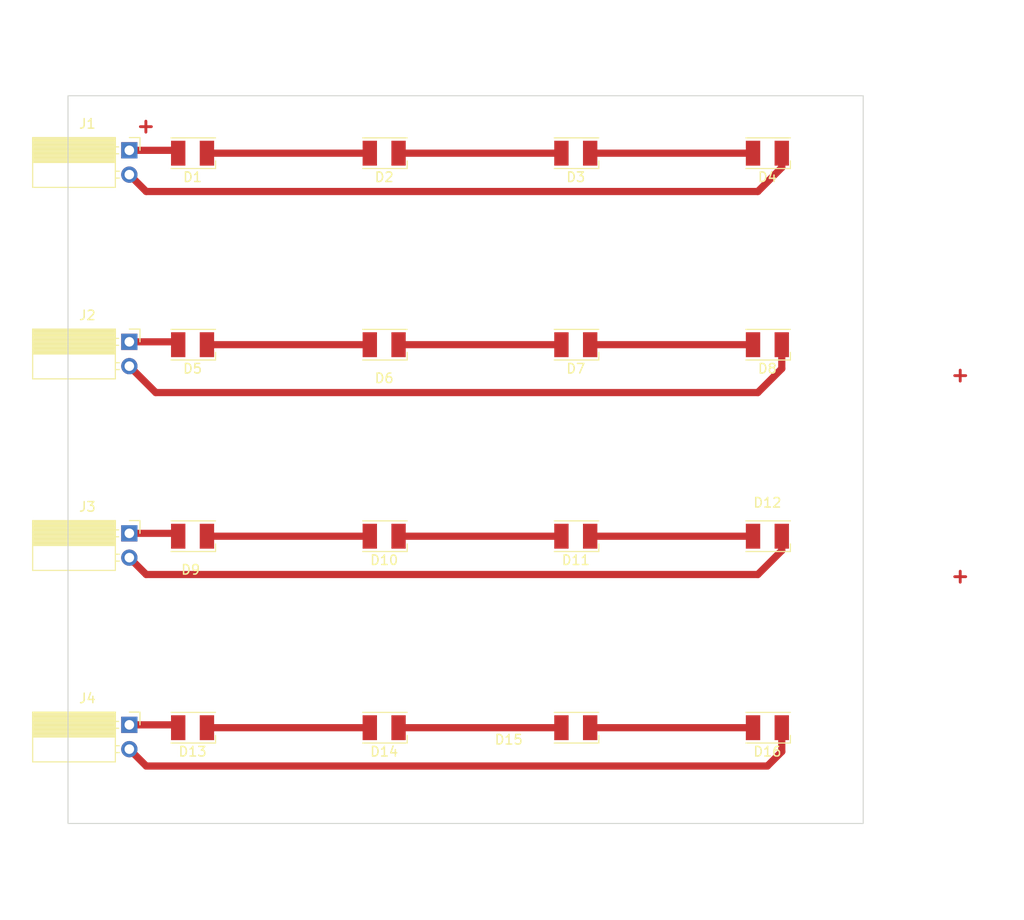
<source format=kicad_pcb>
(kicad_pcb (version 20221018) (generator pcbnew)
  (layers (0 "F.Cu" signal) (31 "B.Cu" signal) (34 "B.Paste" user) (35 "F.Paste" user) (36 "B.SilkS" user "B.Silkscreen") (37 "F.SilkS" user "F.Silkscreen") (38 "B.Mask" user) (39 "F.Mask" user) (44 "Edge.Cuts" user))
  (net 0 "")
  (net 1 "Net-(D1-K)")
  (net 2 "Net-(D1-A)")
  (net 3 "Net-(D2-K)")
  (net 4 "Net-(D3-K)")
  (net 5 "Net-(D4-K)")
  (net 6 "Net-(D5-K)")
  (net 7 "Net-(D5-A)")
  (net 8 "Net-(D6-K)")
  (net 9 "Net-(D7-K)")
  (net 10 "Net-(D8-K)")
  (net 11 "Net-(D10-A)")
  (net 12 "Net-(D9-A)")
  (net 13 "Net-(D10-K)")
  (net 14 "Net-(D11-K)")
  (net 15 "Net-(D12-K)")
  (net 16 "Net-(D13-K)")
  (net 17 "Net-(D13-A)")
  (net 18 "Net-(D14-K)")
  (net 19 "Net-(D15-K)")
  (net 20 "Net-(D16-K)")
  (footprint "LED_SMD:LED_PLCC-2_3.4x3.0mm_KA" (layer "F.Cu") (at 120 117 180)
    (fp_text reference "D10" (at 0 -2.5) (layer "F.SilkS"))
    (fp_text value "LED")
    (fp_line (start -2.4 -1.6) (end -2.4 -0.8) (stroke (width 0.12)) (layer "F.SilkS"))
    (fp_line (start 2.25 -1.6) (end -2.4 -1.6) (stroke (width 0.12)) (layer "F.SilkS"))
    (fp_line (start 2.25 1.6) (end -2.4 1.6) (stroke (width 0.12)) (layer "F.SilkS"))
    (pad "1" smd rect (at -1.5 0 180) (size 1.5 2.6) (layers "F.Cu" "F.Paste" "F.Mask") (net 13 "Net-(D10-K)"))
    (pad "2" smd rect (at 1.5 0 180) (size 1.5 2.6) (layers "F.Cu" "F.Paste" "F.Mask") (net 11 "Net-(D10-A)"))
  )
  (footprint "Connector_PinSocket_2.54mm:PinSocket_1x02_P2.54mm_Horizontal" (layer "F.Cu") (at 93.4 136.7)
    (fp_text reference "J4" (at -4.38 -2.77) (layer "F.SilkS"))
    (fp_text value "Conn_01x02_Socket")
    (fp_line (start -10.09 -1.33) (end -10.09 3.87) (stroke (width 0.12)) (layer "F.SilkS"))
    (fp_line (start -10.09 -1.33) (end -1.46 -1.33) (stroke (width 0.12)) (layer "F.SilkS"))
    (fp_line (start -10.09 -1.21) (end -1.46 -1.21) (stroke (width 0.12)) (layer "F.SilkS"))
    (fp_line (start -10.09 -1.091905) (end -1.46 -1.091905) (stroke (width 0.12)) (layer "F.SilkS"))
    (fp_line (start -10.09 -0.97381) (end -1.46 -0.97381) (stroke (width 0.12)) (layer "F.SilkS"))
    (fp_line (start -10.09 -0.855715) (end -1.46 -0.855715) (stroke (width 0.12)) (layer "F.SilkS"))
    (fp_line (start -10.09 -0.73762) (end -1.46 -0.73762) (stroke (width 0.12)) (layer "F.SilkS"))
    (fp_line (start -10.09 -0.619525) (end -1.46 -0.619525) (stroke (width 0.12)) (layer "F.SilkS"))
    (fp_line (start -10.09 -0.50143) (end -1.46 -0.50143) (stroke (width 0.12)) (layer "F.SilkS"))
    (fp_line (start -10.09 -0.383335) (end -1.46 -0.383335) (stroke (width 0.12)) (layer "F.SilkS"))
    (fp_line (start -10.09 -0.26524) (end -1.46 -0.26524) (stroke (width 0.12)) (layer "F.SilkS"))
    (fp_line (start -10.09 -0.147145) (end -1.46 -0.147145) (stroke (width 0.12)) (layer "F.SilkS"))
    (fp_line (start -10.09 -0.02905) (end -1.46 -0.02905) (stroke (width 0.12)) (layer "F.SilkS"))
    (fp_line (start -10.09 0.089045) (end -1.46 0.089045) (stroke (width 0.12)) (layer "F.SilkS"))
    (fp_line (start -10.09 0.20714) (end -1.46 0.20714) (stroke (width 0.12)) (layer "F.SilkS"))
    (fp_line (start -10.09 0.325235) (end -1.46 0.325235) (stroke (width 0.12)) (layer "F.SilkS"))
    (fp_line (start -10.09 0.44333) (end -1.46 0.44333) (stroke (width 0.12)) (layer "F.SilkS"))
    (fp_line (start -10.09 0.561425) (end -1.46 0.561425) (stroke (width 0.12)) (layer "F.SilkS"))
    (fp_line (start -10.09 0.67952) (end -1.46 0.67952) (stroke (width 0.12)) (layer "F.SilkS"))
    (fp_line (start -10.09 0.797615) (end -1.46 0.797615) (stroke (width 0.12)) (layer "F.SilkS"))
    (fp_line (start -10.09 0.91571) (end -1.46 0.91571) (stroke (width 0.12)) (layer "F.SilkS"))
    (fp_line (start -10.09 1.033805) (end -1.46 1.033805) (stroke (width 0.12)) (layer "F.SilkS"))
    (fp_line (start -10.09 1.1519) (end -1.46 1.1519) (stroke (width 0.12)) (layer "F.SilkS"))
    (fp_line (start -10.09 1.27) (end -1.46 1.27) (stroke (width 0.12)) (layer "F.SilkS"))
    (fp_line (start -10.09 3.87) (end -1.46 3.87) (stroke (width 0.12)) (layer "F.SilkS"))
    (fp_line (start -1.46 -1.33) (end -1.46 3.87) (stroke (width 0.12)) (layer "F.SilkS"))
    (fp_line (start -1.46 -0.36) (end -1.11 -0.36) (stroke (width 0.12)) (layer "F.SilkS"))
    (fp_line (start -1.46 0.36) (end -1.11 0.36) (stroke (width 0.12)) (layer "F.SilkS"))
    (fp_line (start -1.46 2.18) (end -1.05 2.18) (stroke (width 0.12)) (layer "F.SilkS"))
    (fp_line (start -1.46 2.9) (end -1.05 2.9) (stroke (width 0.12)) (layer "F.SilkS"))
    (fp_line (start 0 -1.33) (end 1.11 -1.33) (stroke (width 0.12)) (layer "F.SilkS"))
    (fp_line (start 1.11 -1.33) (end 1.11 0) (stroke (width 0.12)) (layer "F.SilkS"))
    (pad "1" thru_hole rect (at 0 0) (size 1.7 1.7) (drill 1) (layers "*.Cu" "*.Mask") (net 17 "Net-(D13-A)"))
    (pad "2" thru_hole oval (at 0 2.54) (size 1.7 1.7) (drill 1) (layers "*.Cu" "*.Mask") (net 20 "Net-(D16-K)"))
  )
  (footprint "LED_SMD:LED_PLCC-2_3.4x3.0mm_KA" (layer "F.Cu") (at 160 117 180)
    (fp_text reference "D12" (at 0 3.5) (layer "F.SilkS"))
    (fp_text value "LED")
    (fp_line (start -2.4 -1.6) (end -2.4 -0.8) (stroke (width 0.12)) (layer "F.SilkS"))
    (fp_line (start 2.25 -1.6) (end -2.4 -1.6) (stroke (width 0.12)) (layer "F.SilkS"))
    (fp_line (start 2.25 1.6) (end -2.4 1.6) (stroke (width 0.12)) (layer "F.SilkS"))
    (pad "1" smd rect (at -1.5 0 180) (size 1.5 2.6) (layers "F.Cu" "F.Paste" "F.Mask") (net 15 "Net-(D12-K)"))
    (pad "2" smd rect (at 1.5 0 180) (size 1.5 2.6) (layers "F.Cu" "F.Paste" "F.Mask") (net 14 "Net-(D11-K)"))
  )
  (footprint "LED_SMD:LED_PLCC-2_3.4x3.0mm_KA" (layer "F.Cu") (at 120 97 180)
    (fp_text reference "D6" (at 0 -3.5) (layer "F.SilkS"))
    (fp_text value "LED")
    (fp_line (start -2.4 -1.6) (end -2.4 -0.8) (stroke (width 0.12)) (layer "F.SilkS"))
    (fp_line (start 2.25 -1.6) (end -2.4 -1.6) (stroke (width 0.12)) (layer "F.SilkS"))
    (fp_line (start 2.25 1.6) (end -2.4 1.6) (stroke (width 0.12)) (layer "F.SilkS"))
    (pad "1" smd rect (at -1.5 0 180) (size 1.5 2.6) (layers "F.Cu" "F.Paste" "F.Mask") (net 8 "Net-(D6-K)"))
    (pad "2" smd rect (at 1.5 0 180) (size 1.5 2.6) (layers "F.Cu" "F.Paste" "F.Mask") (net 6 "Net-(D5-K)"))
  )
  (footprint "Connector_PinSocket_2.54mm:PinSocket_1x02_P2.54mm_Horizontal" (layer "F.Cu") (at 93.4 96.7)
    (fp_text reference "J2" (at -4.38 -2.77) (layer "F.SilkS"))
    (fp_text value "Conn_01x02_Socket")
    (fp_line (start -10.09 -1.33) (end -10.09 3.87) (stroke (width 0.12)) (layer "F.SilkS"))
    (fp_line (start -10.09 -1.33) (end -1.46 -1.33) (stroke (width 0.12)) (layer "F.SilkS"))
    (fp_line (start -10.09 -1.21) (end -1.46 -1.21) (stroke (width 0.12)) (layer "F.SilkS"))
    (fp_line (start -10.09 -1.091905) (end -1.46 -1.091905) (stroke (width 0.12)) (layer "F.SilkS"))
    (fp_line (start -10.09 -0.97381) (end -1.46 -0.97381) (stroke (width 0.12)) (layer "F.SilkS"))
    (fp_line (start -10.09 -0.855715) (end -1.46 -0.855715) (stroke (width 0.12)) (layer "F.SilkS"))
    (fp_line (start -10.09 -0.73762) (end -1.46 -0.73762) (stroke (width 0.12)) (layer "F.SilkS"))
    (fp_line (start -10.09 -0.619525) (end -1.46 -0.619525) (stroke (width 0.12)) (layer "F.SilkS"))
    (fp_line (start -10.09 -0.50143) (end -1.46 -0.50143) (stroke (width 0.12)) (layer "F.SilkS"))
    (fp_line (start -10.09 -0.383335) (end -1.46 -0.383335) (stroke (width 0.12)) (layer "F.SilkS"))
    (fp_line (start -10.09 -0.26524) (end -1.46 -0.26524) (stroke (width 0.12)) (layer "F.SilkS"))
    (fp_line (start -10.09 -0.147145) (end -1.46 -0.147145) (stroke (width 0.12)) (layer "F.SilkS"))
    (fp_line (start -10.09 -0.02905) (end -1.46 -0.02905) (stroke (width 0.12)) (layer "F.SilkS"))
    (fp_line (start -10.09 0.089045) (end -1.46 0.089045) (stroke (width 0.12)) (layer "F.SilkS"))
    (fp_line (start -10.09 0.20714) (end -1.46 0.20714) (stroke (width 0.12)) (layer "F.SilkS"))
    (fp_line (start -10.09 0.325235) (end -1.46 0.325235) (stroke (width 0.12)) (layer "F.SilkS"))
    (fp_line (start -10.09 0.44333) (end -1.46 0.44333) (stroke (width 0.12)) (layer "F.SilkS"))
    (fp_line (start -10.09 0.561425) (end -1.46 0.561425) (stroke (width 0.12)) (layer "F.SilkS"))
    (fp_line (start -10.09 0.67952) (end -1.46 0.67952) (stroke (width 0.12)) (layer "F.SilkS"))
    (fp_line (start -10.09 0.797615) (end -1.46 0.797615) (stroke (width 0.12)) (layer "F.SilkS"))
    (fp_line (start -10.09 0.91571) (end -1.46 0.91571) (stroke (width 0.12)) (layer "F.SilkS"))
    (fp_line (start -10.09 1.033805) (end -1.46 1.033805) (stroke (width 0.12)) (layer "F.SilkS"))
    (fp_line (start -10.09 1.1519) (end -1.46 1.1519) (stroke (width 0.12)) (layer "F.SilkS"))
    (fp_line (start -10.09 1.27) (end -1.46 1.27) (stroke (width 0.12)) (layer "F.SilkS"))
    (fp_line (start -10.09 3.87) (end -1.46 3.87) (stroke (width 0.12)) (layer "F.SilkS"))
    (fp_line (start -1.46 -1.33) (end -1.46 3.87) (stroke (width 0.12)) (layer "F.SilkS"))
    (fp_line (start -1.46 -0.36) (end -1.11 -0.36) (stroke (width 0.12)) (layer "F.SilkS"))
    (fp_line (start -1.46 0.36) (end -1.11 0.36) (stroke (width 0.12)) (layer "F.SilkS"))
    (fp_line (start -1.46 2.18) (end -1.05 2.18) (stroke (width 0.12)) (layer "F.SilkS"))
    (fp_line (start -1.46 2.9) (end -1.05 2.9) (stroke (width 0.12)) (layer "F.SilkS"))
    (fp_line (start 0 -1.33) (end 1.11 -1.33) (stroke (width 0.12)) (layer "F.SilkS"))
    (fp_line (start 1.11 -1.33) (end 1.11 0) (stroke (width 0.12)) (layer "F.SilkS"))
    (pad "1" thru_hole rect (at 0 0) (size 1.7 1.7) (drill 1) (layers "*.Cu" "*.Mask") (net 7 "Net-(D5-A)"))
    (pad "2" thru_hole oval (at 0 2.54) (size 1.7 1.7) (drill 1) (layers "*.Cu" "*.Mask") (net 10 "Net-(D8-K)"))
  )
  (footprint "Connector_PinSocket_2.54mm:PinSocket_1x02_P2.54mm_Horizontal" (layer "F.Cu") (at 93.4 116.7)
    (fp_text reference "J3" (at -4.38 -2.77) (layer "F.SilkS"))
    (fp_text value "Conn_01x02_Socket")
    (fp_line (start -10.09 -1.33) (end -10.09 3.87) (stroke (width 0.12)) (layer "F.SilkS"))
    (fp_line (start -10.09 -1.33) (end -1.46 -1.33) (stroke (width 0.12)) (layer "F.SilkS"))
    (fp_line (start -10.09 -1.21) (end -1.46 -1.21) (stroke (width 0.12)) (layer "F.SilkS"))
    (fp_line (start -10.09 -1.091905) (end -1.46 -1.091905) (stroke (width 0.12)) (layer "F.SilkS"))
    (fp_line (start -10.09 -0.97381) (end -1.46 -0.97381) (stroke (width 0.12)) (layer "F.SilkS"))
    (fp_line (start -10.09 -0.855715) (end -1.46 -0.855715) (stroke (width 0.12)) (layer "F.SilkS"))
    (fp_line (start -10.09 -0.73762) (end -1.46 -0.73762) (stroke (width 0.12)) (layer "F.SilkS"))
    (fp_line (start -10.09 -0.619525) (end -1.46 -0.619525) (stroke (width 0.12)) (layer "F.SilkS"))
    (fp_line (start -10.09 -0.50143) (end -1.46 -0.50143) (stroke (width 0.12)) (layer "F.SilkS"))
    (fp_line (start -10.09 -0.383335) (end -1.46 -0.383335) (stroke (width 0.12)) (layer "F.SilkS"))
    (fp_line (start -10.09 -0.26524) (end -1.46 -0.26524) (stroke (width 0.12)) (layer "F.SilkS"))
    (fp_line (start -10.09 -0.147145) (end -1.46 -0.147145) (stroke (width 0.12)) (layer "F.SilkS"))
    (fp_line (start -10.09 -0.02905) (end -1.46 -0.02905) (stroke (width 0.12)) (layer "F.SilkS"))
    (fp_line (start -10.09 0.089045) (end -1.46 0.089045) (stroke (width 0.12)) (layer "F.SilkS"))
    (fp_line (start -10.09 0.20714) (end -1.46 0.20714) (stroke (width 0.12)) (layer "F.SilkS"))
    (fp_line (start -10.09 0.325235) (end -1.46 0.325235) (stroke (width 0.12)) (layer "F.SilkS"))
    (fp_line (start -10.09 0.44333) (end -1.46 0.44333) (stroke (width 0.12)) (layer "F.SilkS"))
    (fp_line (start -10.09 0.561425) (end -1.46 0.561425) (stroke (width 0.12)) (layer "F.SilkS"))
    (fp_line (start -10.09 0.67952) (end -1.46 0.67952) (stroke (width 0.12)) (layer "F.SilkS"))
    (fp_line (start -10.09 0.797615) (end -1.46 0.797615) (stroke (width 0.12)) (layer "F.SilkS"))
    (fp_line (start -10.09 0.91571) (end -1.46 0.91571) (stroke (width 0.12)) (layer "F.SilkS"))
    (fp_line (start -10.09 1.033805) (end -1.46 1.033805) (stroke (width 0.12)) (layer "F.SilkS"))
    (fp_line (start -10.09 1.1519) (end -1.46 1.1519) (stroke (width 0.12)) (layer "F.SilkS"))
    (fp_line (start -10.09 1.27) (end -1.46 1.27) (stroke (width 0.12)) (layer "F.SilkS"))
    (fp_line (start -10.09 3.87) (end -1.46 3.87) (stroke (width 0.12)) (layer "F.SilkS"))
    (fp_line (start -1.46 -1.33) (end -1.46 3.87) (stroke (width 0.12)) (layer "F.SilkS"))
    (fp_line (start -1.46 -0.36) (end -1.11 -0.36) (stroke (width 0.12)) (layer "F.SilkS"))
    (fp_line (start -1.46 0.36) (end -1.11 0.36) (stroke (width 0.12)) (layer "F.SilkS"))
    (fp_line (start -1.46 2.18) (end -1.05 2.18) (stroke (width 0.12)) (layer "F.SilkS"))
    (fp_line (start -1.46 2.9) (end -1.05 2.9) (stroke (width 0.12)) (layer "F.SilkS"))
    (fp_line (start 0 -1.33) (end 1.11 -1.33) (stroke (width 0.12)) (layer "F.SilkS"))
    (fp_line (start 1.11 -1.33) (end 1.11 0) (stroke (width 0.12)) (layer "F.SilkS"))
    (pad "1" thru_hole rect (at 0 0) (size 1.7 1.7) (drill 1) (layers "*.Cu" "*.Mask") (net 12 "Net-(D9-A)"))
    (pad "2" thru_hole oval (at 0 2.54) (size 1.7 1.7) (drill 1) (layers "*.Cu" "*.Mask") (net 15 "Net-(D12-K)"))
  )
  (footprint "LED_SMD:LED_PLCC-2_3.4x3.0mm_KA" (layer "F.Cu") (at 140 97 180)
    (fp_text reference "D7" (at 0 -2.5) (layer "F.SilkS"))
    (fp_text value "LED")
    (fp_line (start -2.4 -1.6) (end -2.4 -0.8) (stroke (width 0.12)) (layer "F.SilkS"))
    (fp_line (start 2.25 -1.6) (end -2.4 -1.6) (stroke (width 0.12)) (layer "F.SilkS"))
    (fp_line (start 2.25 1.6) (end -2.4 1.6) (stroke (width 0.12)) (layer "F.SilkS"))
    (pad "1" smd rect (at -1.5 0 180) (size 1.5 2.6) (layers "F.Cu" "F.Paste" "F.Mask") (net 9 "Net-(D7-K)"))
    (pad "2" smd rect (at 1.5 0 180) (size 1.5 2.6) (layers "F.Cu" "F.Paste" "F.Mask") (net 8 "Net-(D6-K)"))
  )
  (footprint "LED_SMD:LED_PLCC-2_3.4x3.0mm_KA" (layer "F.Cu") (at 140 77 180)
    (fp_text reference "D3" (at 0 -2.5) (layer "F.SilkS"))
    (fp_text value "LED")
    (fp_line (start -2.4 -1.6) (end -2.4 -0.8) (stroke (width 0.12)) (layer "F.SilkS"))
    (fp_line (start 2.25 -1.6) (end -2.4 -1.6) (stroke (width 0.12)) (layer "F.SilkS"))
    (fp_line (start 2.25 1.6) (end -2.4 1.6) (stroke (width 0.12)) (layer "F.SilkS"))
    (pad "1" smd rect (at -1.5 0 180) (size 1.5 2.6) (layers "F.Cu" "F.Paste" "F.Mask") (net 4 "Net-(D3-K)"))
    (pad "2" smd rect (at 1.5 0 180) (size 1.5 2.6) (layers "F.Cu" "F.Paste" "F.Mask") (net 3 "Net-(D2-K)"))
  )
  (footprint "LED_SMD:LED_PLCC-2_3.4x3.0mm_KA" (layer "F.Cu") (at 160 77 180)
    (fp_text reference "D4" (at 0 -2.5) (layer "F.SilkS"))
    (fp_text value "LED")
    (fp_line (start -2.4 -1.6) (end -2.4 -0.8) (stroke (width 0.12)) (layer "F.SilkS"))
    (fp_line (start 2.25 -1.6) (end -2.4 -1.6) (stroke (width 0.12)) (layer "F.SilkS"))
    (fp_line (start 2.25 1.6) (end -2.4 1.6) (stroke (width 0.12)) (layer "F.SilkS"))
    (pad "1" smd rect (at -1.5 0 180) (size 1.5 2.6) (layers "F.Cu" "F.Paste" "F.Mask") (net 5 "Net-(D4-K)"))
    (pad "2" smd rect (at 1.5 0 180) (size 1.5 2.6) (layers "F.Cu" "F.Paste" "F.Mask") (net 4 "Net-(D3-K)"))
  )
  (footprint "LED_SMD:LED_PLCC-2_3.4x3.0mm_KA" (layer "F.Cu") (at 120 137 180)
    (fp_text reference "D14" (at 0 -2.5) (layer "F.SilkS"))
    (fp_text value "LED")
    (fp_line (start -2.4 -1.6) (end -2.4 -0.8) (stroke (width 0.12)) (layer "F.SilkS"))
    (fp_line (start 2.25 -1.6) (end -2.4 -1.6) (stroke (width 0.12)) (layer "F.SilkS"))
    (fp_line (start 2.25 1.6) (end -2.4 1.6) (stroke (width 0.12)) (layer "F.SilkS"))
    (pad "1" smd rect (at -1.5 0 180) (size 1.5 2.6) (layers "F.Cu" "F.Paste" "F.Mask") (net 18 "Net-(D14-K)"))
    (pad "2" smd rect (at 1.5 0 180) (size 1.5 2.6) (layers "F.Cu" "F.Paste" "F.Mask") (net 16 "Net-(D13-K)"))
  )
  (footprint "LED_SMD:LED_PLCC-2_3.4x3.0mm_KA" (layer "F.Cu") (at 140 117 180)
    (fp_text reference "D11" (at 0 -2.5) (layer "F.SilkS"))
    (fp_text value "LED")
    (fp_line (start -2.4 -1.6) (end -2.4 -0.8) (stroke (width 0.12)) (layer "F.SilkS"))
    (fp_line (start 2.25 -1.6) (end -2.4 -1.6) (stroke (width 0.12)) (layer "F.SilkS"))
    (fp_line (start 2.25 1.6) (end -2.4 1.6) (stroke (width 0.12)) (layer "F.SilkS"))
    (pad "1" smd rect (at -1.5 0 180) (size 1.5 2.6) (layers "F.Cu" "F.Paste" "F.Mask") (net 14 "Net-(D11-K)"))
    (pad "2" smd rect (at 1.5 0 180) (size 1.5 2.6) (layers "F.Cu" "F.Paste" "F.Mask") (net 13 "Net-(D10-K)"))
  )
  (footprint "LED_SMD:LED_PLCC-2_3.4x3.0mm_KA" (layer "F.Cu") (at 120 77 180)
    (fp_text reference "D2" (at 0 -2.5) (layer "F.SilkS"))
    (fp_text value "LED")
    (fp_line (start -2.4 -1.6) (end -2.4 -0.8) (stroke (width 0.12)) (layer "F.SilkS"))
    (fp_line (start 2.25 -1.6) (end -2.4 -1.6) (stroke (width 0.12)) (layer "F.SilkS"))
    (fp_line (start 2.25 1.6) (end -2.4 1.6) (stroke (width 0.12)) (layer "F.SilkS"))
    (pad "1" smd rect (at -1.5 0 180) (size 1.5 2.6) (layers "F.Cu" "F.Paste" "F.Mask") (net 3 "Net-(D2-K)"))
    (pad "2" smd rect (at 1.5 0 180) (size 1.5 2.6) (layers "F.Cu" "F.Paste" "F.Mask") (net 1 "Net-(D1-K)"))
  )
  (footprint "LED_SMD:LED_PLCC-2_3.4x3.0mm_KA" (layer "F.Cu") (at 160 97 180)
    (fp_text reference "D8" (at 0 -2.5) (layer "F.SilkS"))
    (fp_text value "LED")
    (fp_line (start -2.4 -1.6) (end -2.4 -0.8) (stroke (width 0.12)) (layer "F.SilkS"))
    (fp_line (start 2.25 -1.6) (end -2.4 -1.6) (stroke (width 0.12)) (layer "F.SilkS"))
    (fp_line (start 2.25 1.6) (end -2.4 1.6) (stroke (width 0.12)) (layer "F.SilkS"))
    (pad "1" smd rect (at -1.5 0 180) (size 1.5 2.6) (layers "F.Cu" "F.Paste" "F.Mask") (net 10 "Net-(D8-K)"))
    (pad "2" smd rect (at 1.5 0 180) (size 1.5 2.6) (layers "F.Cu" "F.Paste" "F.Mask") (net 9 "Net-(D7-K)"))
  )
  (footprint "LED_SMD:LED_PLCC-2_3.4x3.0mm_KA" (layer "F.Cu") (at 100 117 180)
    (fp_text reference "D9" (at 0.2 -3.5) (layer "F.SilkS"))
    (fp_text value "LED")
    (fp_line (start -2.4 -1.6) (end -2.4 -0.8) (stroke (width 0.12)) (layer "F.SilkS"))
    (fp_line (start 2.25 -1.6) (end -2.4 -1.6) (stroke (width 0.12)) (layer "F.SilkS"))
    (fp_line (start 2.25 1.6) (end -2.4 1.6) (stroke (width 0.12)) (layer "F.SilkS"))
    (pad "1" smd rect (at -1.5 0 180) (size 1.5 2.6) (layers "F.Cu" "F.Paste" "F.Mask") (net 11 "Net-(D10-A)"))
    (pad "2" smd rect (at 1.5 0 180) (size 1.5 2.6) (layers "F.Cu" "F.Paste" "F.Mask") (net 12 "Net-(D9-A)"))
  )
  (footprint "Connector_PinSocket_2.54mm:PinSocket_1x02_P2.54mm_Horizontal" (layer "F.Cu") (at 93.4 76.7)
    (fp_text reference "J1" (at -4.38 -2.77) (layer "F.SilkS"))
    (fp_text value "Conn_01x02_Socket")
    (fp_line (start -10.09 -1.33) (end -10.09 3.87) (stroke (width 0.12)) (layer "F.SilkS"))
    (fp_line (start -10.09 -1.33) (end -1.46 -1.33) (stroke (width 0.12)) (layer "F.SilkS"))
    (fp_line (start -10.09 -1.21) (end -1.46 -1.21) (stroke (width 0.12)) (layer "F.SilkS"))
    (fp_line (start -10.09 -1.091905) (end -1.46 -1.091905) (stroke (width 0.12)) (layer "F.SilkS"))
    (fp_line (start -10.09 -0.97381) (end -1.46 -0.97381) (stroke (width 0.12)) (layer "F.SilkS"))
    (fp_line (start -10.09 -0.855715) (end -1.46 -0.855715) (stroke (width 0.12)) (layer "F.SilkS"))
    (fp_line (start -10.09 -0.73762) (end -1.46 -0.73762) (stroke (width 0.12)) (layer "F.SilkS"))
    (fp_line (start -10.09 -0.619525) (end -1.46 -0.619525) (stroke (width 0.12)) (layer "F.SilkS"))
    (fp_line (start -10.09 -0.50143) (end -1.46 -0.50143) (stroke (width 0.12)) (layer "F.SilkS"))
    (fp_line (start -10.09 -0.383335) (end -1.46 -0.383335) (stroke (width 0.12)) (layer "F.SilkS"))
    (fp_line (start -10.09 -0.26524) (end -1.46 -0.26524) (stroke (width 0.12)) (layer "F.SilkS"))
    (fp_line (start -10.09 -0.147145) (end -1.46 -0.147145) (stroke (width 0.12)) (layer "F.SilkS"))
    (fp_line (start -10.09 -0.02905) (end -1.46 -0.02905) (stroke (width 0.12)) (layer "F.SilkS"))
    (fp_line (start -10.09 0.089045) (end -1.46 0.089045) (stroke (width 0.12)) (layer "F.SilkS"))
    (fp_line (start -10.09 0.20714) (end -1.46 0.20714) (stroke (width 0.12)) (layer "F.SilkS"))
    (fp_line (start -10.09 0.325235) (end -1.46 0.325235) (stroke (width 0.12)) (layer "F.SilkS"))
    (fp_line (start -10.09 0.44333) (end -1.46 0.44333) (stroke (width 0.12)) (layer "F.SilkS"))
    (fp_line (start -10.09 0.561425) (end -1.46 0.561425) (stroke (width 0.12)) (layer "F.SilkS"))
    (fp_line (start -10.09 0.67952) (end -1.46 0.67952) (stroke (width 0.12)) (layer "F.SilkS"))
    (fp_line (start -10.09 0.797615) (end -1.46 0.797615) (stroke (width 0.12)) (layer "F.SilkS"))
    (fp_line (start -10.09 0.91571) (end -1.46 0.91571) (stroke (width 0.12)) (layer "F.SilkS"))
    (fp_line (start -10.09 1.033805) (end -1.46 1.033805) (stroke (width 0.12)) (layer "F.SilkS"))
    (fp_line (start -10.09 1.1519) (end -1.46 1.1519) (stroke (width 0.12)) (layer "F.SilkS"))
    (fp_line (start -10.09 1.27) (end -1.46 1.27) (stroke (width 0.12)) (layer "F.SilkS"))
    (fp_line (start -10.09 3.87) (end -1.46 3.87) (stroke (width 0.12)) (layer "F.SilkS"))
    (fp_line (start -1.46 -1.33) (end -1.46 3.87) (stroke (width 0.12)) (layer "F.SilkS"))
    (fp_line (start -1.46 -0.36) (end -1.11 -0.36) (stroke (width 0.12)) (layer "F.SilkS"))
    (fp_line (start -1.46 0.36) (end -1.11 0.36) (stroke (width 0.12)) (layer "F.SilkS"))
    (fp_line (start -1.46 2.18) (end -1.05 2.18) (stroke (width 0.12)) (layer "F.SilkS"))
    (fp_line (start -1.46 2.9) (end -1.05 2.9) (stroke (width 0.12)) (layer "F.SilkS"))
    (fp_line (start 0 -1.33) (end 1.11 -1.33) (stroke (width 0.12)) (layer "F.SilkS"))
    (fp_line (start 1.11 -1.33) (end 1.11 0) (stroke (width 0.12)) (layer "F.SilkS"))
    (pad "1" thru_hole rect (at 0 0) (size 1.7 1.7) (drill 1) (layers "*.Cu" "*.Mask") (net 2 "Net-(D1-A)"))
    (pad "2" thru_hole oval (at 0 2.54) (size 1.7 1.7) (drill 1) (layers "*.Cu" "*.Mask") (net 5 "Net-(D4-K)"))
  )
  (footprint "LED_SMD:LED_PLCC-2_3.4x3.0mm_KA" (layer "F.Cu") (at 100 77 180)
    (fp_text reference "D1" (at 0 -2.5) (layer "F.SilkS"))
    (fp_text value "LED")
    (fp_line (start -2.4 -1.6) (end -2.4 -0.8) (stroke (width 0.12)) (layer "F.SilkS"))
    (fp_line (start 2.25 -1.6) (end -2.4 -1.6) (stroke (width 0.12)) (layer "F.SilkS"))
    (fp_line (start 2.25 1.6) (end -2.4 1.6) (stroke (width 0.12)) (layer "F.SilkS"))
    (pad "1" smd rect (at -1.5 0 180) (size 1.5 2.6) (layers "F.Cu" "F.Paste" "F.Mask") (net 1 "Net-(D1-K)"))
    (pad "2" smd rect (at 1.5 0 180) (size 1.5 2.6) (layers "F.Cu" "F.Paste" "F.Mask") (net 2 "Net-(D1-A)"))
  )
  (footprint "LED_SMD:LED_PLCC-2_3.4x3.0mm_KA" (layer "F.Cu") (at 100 97 180)
    (fp_text reference "D5" (at 0 -2.5) (layer "F.SilkS"))
    (fp_text value "LED")
    (fp_line (start -2.4 -1.6) (end -2.4 -0.8) (stroke (width 0.12)) (layer "F.SilkS"))
    (fp_line (start 2.25 -1.6) (end -2.4 -1.6) (stroke (width 0.12)) (layer "F.SilkS"))
    (fp_line (start 2.25 1.6) (end -2.4 1.6) (stroke (width 0.12)) (layer "F.SilkS"))
    (pad "1" smd rect (at -1.5 0 180) (size 1.5 2.6) (layers "F.Cu" "F.Paste" "F.Mask") (net 6 "Net-(D5-K)"))
    (pad "2" smd rect (at 1.5 0 180) (size 1.5 2.6) (layers "F.Cu" "F.Paste" "F.Mask") (net 7 "Net-(D5-A)"))
  )
  (footprint "LED_SMD:LED_PLCC-2_3.4x3.0mm_KA" (layer "F.Cu") (at 160 137 180)
    (fp_text reference "D16" (at 0 -2.5) (layer "F.SilkS"))
    (fp_text value "LED")
    (fp_line (start -2.4 -1.6) (end -2.4 -0.8) (stroke (width 0.12)) (layer "F.SilkS"))
    (fp_line (start 2.25 -1.6) (end -2.4 -1.6) (stroke (width 0.12)) (layer "F.SilkS"))
    (fp_line (start 2.25 1.6) (end -2.4 1.6) (stroke (width 0.12)) (layer "F.SilkS"))
    (pad "1" smd rect (at -1.5 0 180) (size 1.5 2.6) (layers "F.Cu" "F.Paste" "F.Mask") (net 20 "Net-(D16-K)"))
    (pad "2" smd rect (at 1.5 0 180) (size 1.5 2.6) (layers "F.Cu" "F.Paste" "F.Mask") (net 19 "Net-(D15-K)"))
  )
  (footprint "LED_SMD:LED_PLCC-2_3.4x3.0mm_KA" (layer "F.Cu") (at 100 137 180)
    (fp_text reference "D13" (at 0 -2.5) (layer "F.SilkS"))
    (fp_text value "LED")
    (fp_line (start -2.4 -1.6) (end -2.4 -0.8) (stroke (width 0.12)) (layer "F.SilkS"))
    (fp_line (start 2.25 -1.6) (end -2.4 -1.6) (stroke (width 0.12)) (layer "F.SilkS"))
    (fp_line (start 2.25 1.6) (end -2.4 1.6) (stroke (width 0.12)) (layer "F.SilkS"))
    (pad "1" smd rect (at -1.5 0 180) (size 1.5 2.6) (layers "F.Cu" "F.Paste" "F.Mask") (net 16 "Net-(D13-K)"))
    (pad "2" smd rect (at 1.5 0 180) (size 1.5 2.6) (layers "F.Cu" "F.Paste" "F.Mask") (net 17 "Net-(D13-A)"))
  )
  (footprint "LED_SMD:LED_PLCC-2_3.4x3.0mm_KA" (layer "F.Cu") (at 140 137 180)
    (fp_text reference "D15" (at 7 -1.25) (layer "F.SilkS"))
    (fp_text value "LED")
    (fp_line (start -2.4 -1.6) (end -2.4 -0.8) (stroke (width 0.12)) (layer "F.SilkS"))
    (fp_line (start 2.25 -1.6) (end -2.4 -1.6) (stroke (width 0.12)) (layer "F.SilkS"))
    (fp_line (start 2.25 1.6) (end -2.4 1.6) (stroke (width 0.12)) (layer "F.SilkS"))
    (pad "1" smd rect (at -1.5 0 180) (size 1.5 2.6) (layers "F.Cu" "F.Paste" "F.Mask") (net 19 "Net-(D15-K)"))
    (pad "2" smd rect (at 1.5 0 180) (size 1.5 2.6) (layers "F.Cu" "F.Paste" "F.Mask") (net 18 "Net-(D14-K)"))
  )
  (gr_rect (start 87 71) (end 170 147) (stroke (width 0.1)) (fill none) (layer "Edge.Cuts"))
  (gr_text "+" (at 179 122) (layer "F.Cu") (effects (font (size 1.5 1.5) (thickness 0.3) bold) (justify left bottom)))
  (gr_text "+" (at 179 101) (layer "F.Cu") (effects (font (size 1.5 1.5) (thickness 0.3) bold) (justify left bottom)))
  (gr_text "+" (at 94 75) (layer "F.Cu") (effects (font (size 1.5 1.5) (thickness 0.3) bold) (justify left bottom)))
  (segment (start 118.5 77) (end 101.5 77) (width 0.75) (layer "F.Cu") (net 1))
  (segment (start 98.2 76.7) (end 98.5 77) (width 0.75) (layer "F.Cu") (net 2))
  (segment (start 93.4 76.7) (end 98.2 76.7) (width 0.75) (layer "F.Cu") (net 2))
  (segment (start 138.5 77) (end 121.5 77) (width 0.75) (layer "F.Cu") (net 3))
  (segment (start 158.5 77) (end 141.5 77) (width 0.75) (layer "F.Cu") (net 4))
  (segment (start 161.5 78.5) (end 159 81) (width 0.75) (layer "F.Cu") (net 5))
  (segment (start 95.16 81) (end 93.4 79.24) (width 0.75) (layer "F.Cu") (net 5))
  (segment (start 161.5 77) (end 161.5 78.5) (width 0.75) (layer "F.Cu") (net 5))
  (segment (start 159 81) (end 95.16 81) (width 0.75) (layer "F.Cu") (net 5))
  (segment (start 101.5 97) (end 118.5 97) (width 0.75) (layer "F.Cu") (net 6))
  (segment (start 93.4 96.7) (end 98.2 96.7) (width 0.75) (layer "F.Cu") (net 7))
  (segment (start 98.2 96.7) (end 98.5 97) (width 0.75) (layer "F.Cu") (net 7))
  (segment (start 121.5 97) (end 138.5 97) (width 0.75) (layer "F.Cu") (net 8))
  (segment (start 141.5 97) (end 158.5 97) (width 0.75) (layer "F.Cu") (net 9))
  (segment (start 159 102) (end 161.5 99.5) (width 0.75) (layer "F.Cu") (net 10))
  (segment (start 161.5 99.5) (end 161.5 97) (width 0.75) (layer "F.Cu") (net 10))
  (segment (start 96.16 102) (end 159 102) (width 0.75) (layer "F.Cu") (net 10))
  (segment (start 93.4 99.24) (end 96.16 102) (width 0.75) (layer "F.Cu") (net 10))
  (segment (start 118.5 117) (end 101.5 117) (width 0.75) (layer "F.Cu") (net 11))
  (segment (start 93.4 116.7) (end 98.2 116.7) (width 0.75) (layer "F.Cu") (net 12))
  (segment (start 98.2 116.7) (end 98.5 117) (width 0.75) (layer "F.Cu") (net 12))
  (segment (start 138.5 117) (end 121.5 117) (width 0.75) (layer "F.Cu") (net 13))
  (segment (start 158.5 117) (end 141.5 117) (width 0.75) (layer "F.Cu") (net 14))
  (segment (start 161.5 118.5) (end 159 121) (width 0.75) (layer "F.Cu") (net 15))
  (segment (start 161.5 117) (end 161.5 118.5) (width 0.75) (layer "F.Cu") (net 15))
  (segment (start 95.16 121) (end 93.4 119.24) (width 0.75) (layer "F.Cu") (net 15))
  (segment (start 159 121) (end 95.16 121) (width 0.75) (layer "F.Cu") (net 15))
  (segment (start 118.5 137) (end 101.5 137) (width 0.75) (layer "F.Cu") (net 16))
  (segment (start 98.2 136.7) (end 98.5 137) (width 0.75) (layer "F.Cu") (net 17))
  (segment (start 93.4 136.7) (end 98.2 136.7) (width 0.75) (layer "F.Cu") (net 17))
  (segment (start 138.5 137) (end 121.5 137) (width 0.75) (layer "F.Cu") (net 18))
  (segment (start 158.5 137) (end 141.5 137) (width 0.75) (layer "F.Cu") (net 19))
  (segment (start 161.5 139.5) (end 161.5 137) (width 0.75) (layer "F.Cu") (net 20))
  (segment (start 160 141) (end 161.5 139.5) (width 0.75) (layer "F.Cu") (net 20))
  (segment (start 93.4 139.24) (end 95.16 141) (width 0.75) (layer "F.Cu") (net 20))
  (segment (start 95.16 141) (end 160 141) (width 0.75) (layer "F.Cu") (net 20))
)
</source>
